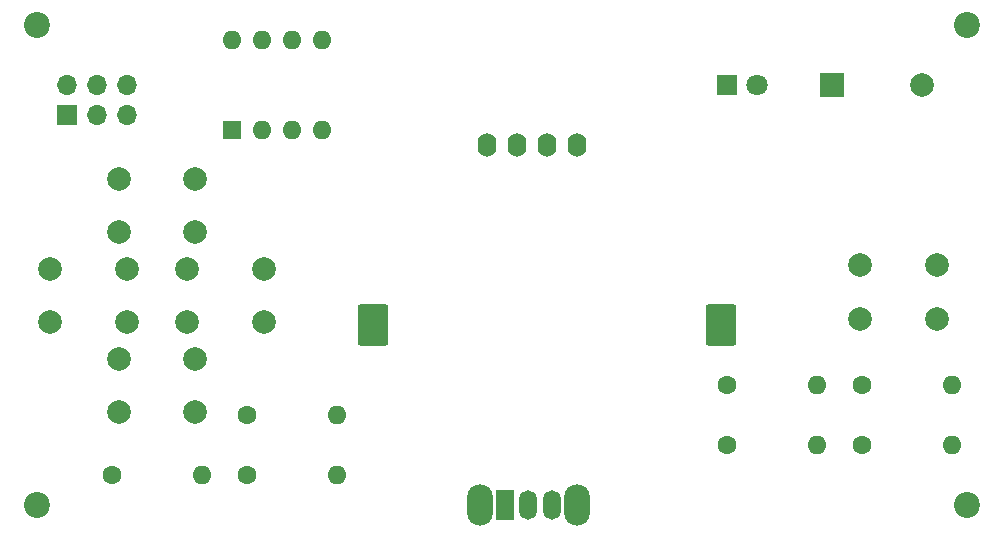
<source format=gbr>
%TF.GenerationSoftware,KiCad,Pcbnew,8.0.3*%
%TF.CreationDate,2024-06-30T11:32:45+09:00*%
%TF.ProjectId,gamepad_attiny85,67616d65-7061-4645-9f61-7474696e7938,rev?*%
%TF.SameCoordinates,Original*%
%TF.FileFunction,Soldermask,Bot*%
%TF.FilePolarity,Negative*%
%FSLAX46Y46*%
G04 Gerber Fmt 4.6, Leading zero omitted, Abs format (unit mm)*
G04 Created by KiCad (PCBNEW 8.0.3) date 2024-06-30 11:32:45*
%MOMM*%
%LPD*%
G01*
G04 APERTURE LIST*
G04 Aperture macros list*
%AMRoundRect*
0 Rectangle with rounded corners*
0 $1 Rounding radius*
0 $2 $3 $4 $5 $6 $7 $8 $9 X,Y pos of 4 corners*
0 Add a 4 corners polygon primitive as box body*
4,1,4,$2,$3,$4,$5,$6,$7,$8,$9,$2,$3,0*
0 Add four circle primitives for the rounded corners*
1,1,$1+$1,$2,$3*
1,1,$1+$1,$4,$5*
1,1,$1+$1,$6,$7*
1,1,$1+$1,$8,$9*
0 Add four rect primitives between the rounded corners*
20,1,$1+$1,$2,$3,$4,$5,0*
20,1,$1+$1,$4,$5,$6,$7,0*
20,1,$1+$1,$6,$7,$8,$9,0*
20,1,$1+$1,$8,$9,$2,$3,0*%
G04 Aperture macros list end*
%ADD10C,2.200000*%
%ADD11C,1.600000*%
%ADD12O,1.600000X1.600000*%
%ADD13RoundRect,0.200000X1.100000X1.550000X-1.100000X1.550000X-1.100000X-1.550000X1.100000X-1.550000X0*%
%ADD14C,2.000000*%
%ADD15R,1.800000X1.800000*%
%ADD16C,1.800000*%
%ADD17R,1.600000X1.600000*%
%ADD18R,2.000000X2.000000*%
%ADD19R,1.700000X1.700000*%
%ADD20O,1.700000X1.700000*%
%ADD21O,1.500000X2.500000*%
%ADD22R,1.500000X2.500000*%
%ADD23O,2.200000X3.500000*%
%ADD24O,1.600000X2.000000*%
G04 APERTURE END LIST*
D10*
%TO.C,REF\u002A\u002A*%
X25400000Y-20320000D03*
%TD*%
%TO.C,REF\u002A\u002A*%
X104140000Y-20320000D03*
%TD*%
%TO.C,REF\u002A\u002A*%
X104140000Y-60960000D03*
%TD*%
%TO.C,REF\u002A\u002A*%
X25400000Y-60960000D03*
%TD*%
D11*
%TO.C,R7*%
X31750000Y-58420000D03*
D12*
X39370000Y-58420000D03*
%TD*%
D11*
%TO.C,R6*%
X95250000Y-55880000D03*
D12*
X102870000Y-55880000D03*
%TD*%
D11*
%TO.C,R5*%
X43180000Y-58420000D03*
D12*
X50800000Y-58420000D03*
%TD*%
D11*
%TO.C,R4*%
X83820000Y-55880000D03*
D12*
X91440000Y-55880000D03*
%TD*%
D11*
%TO.C,R3*%
X43180000Y-53340000D03*
D12*
X50800000Y-53340000D03*
%TD*%
D11*
%TO.C,R2*%
X95250000Y-50800000D03*
D12*
X102870000Y-50800000D03*
%TD*%
D13*
%TO.C,BT1*%
X83280000Y-45720000D03*
X53880000Y-45720000D03*
%TD*%
D14*
%TO.C,SW3*%
X26520000Y-40930000D03*
X33020000Y-40930000D03*
X26520000Y-45430000D03*
X33020000Y-45430000D03*
%TD*%
%TO.C,SW1*%
X32310000Y-33310000D03*
X38810000Y-33310000D03*
X32310000Y-37810000D03*
X38810000Y-37810000D03*
%TD*%
%TO.C,SW2*%
X32310000Y-48550000D03*
X38810000Y-48550000D03*
X32310000Y-53050000D03*
X38810000Y-53050000D03*
%TD*%
D15*
%TO.C,D1*%
X83820000Y-25400000D03*
D16*
X86360000Y-25400000D03*
%TD*%
D17*
%TO.C,Attiny85*%
X41920000Y-29200000D03*
D12*
X44460000Y-29200000D03*
X47000000Y-29200000D03*
X49540000Y-29200000D03*
X49540000Y-21580000D03*
X47000000Y-21580000D03*
X44460000Y-21580000D03*
X41920000Y-21580000D03*
%TD*%
D18*
%TO.C,BZ1*%
X92720000Y-25400000D03*
D14*
X100320000Y-25400000D03*
%TD*%
%TO.C,SW5*%
X38100000Y-40930000D03*
X44600000Y-40930000D03*
X38100000Y-45430000D03*
X44600000Y-45430000D03*
%TD*%
D19*
%TO.C,J2*%
X27940000Y-27940000D03*
D20*
X27940000Y-25400000D03*
X30480000Y-27940000D03*
X30480000Y-25400000D03*
X33020000Y-27940000D03*
X33020000Y-25400000D03*
%TD*%
D21*
%TO.C,POWER1*%
X69020000Y-60960000D03*
X67020000Y-60960000D03*
D22*
X65020000Y-60960000D03*
D23*
X71120000Y-60960000D03*
X62920000Y-60960000D03*
%TD*%
D14*
%TO.C,SW7*%
X95100000Y-40640000D03*
X101600000Y-40640000D03*
X95100000Y-45140000D03*
X101600000Y-45140000D03*
%TD*%
D24*
%TO.C,SSD1306*%
X63500000Y-30480000D03*
X66040000Y-30480000D03*
X68580000Y-30480000D03*
X71120000Y-30480000D03*
%TD*%
D11*
%TO.C,33K1*%
X83820000Y-50800000D03*
D12*
X91440000Y-50800000D03*
%TD*%
M02*

</source>
